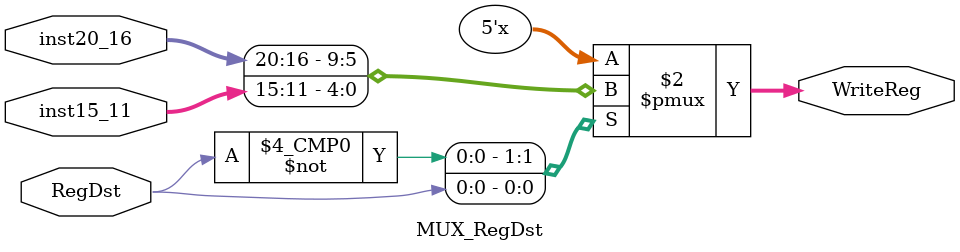
<source format=v>
module MUX_RegDst(inst20_16, inst15_11, RegDst, WriteReg);

	input [20:16] inst20_16;
	input [15:11] inst15_11;
	input RegDst;
	
	output reg [4:0] WriteReg;

	always @ (RegDst, inst20_16, inst15_11) begin
		case(RegDst) 
			0 : WriteReg <= inst20_16;
			1 : WriteReg <= inst15_11;
		endcase
	end
endmodule

</source>
